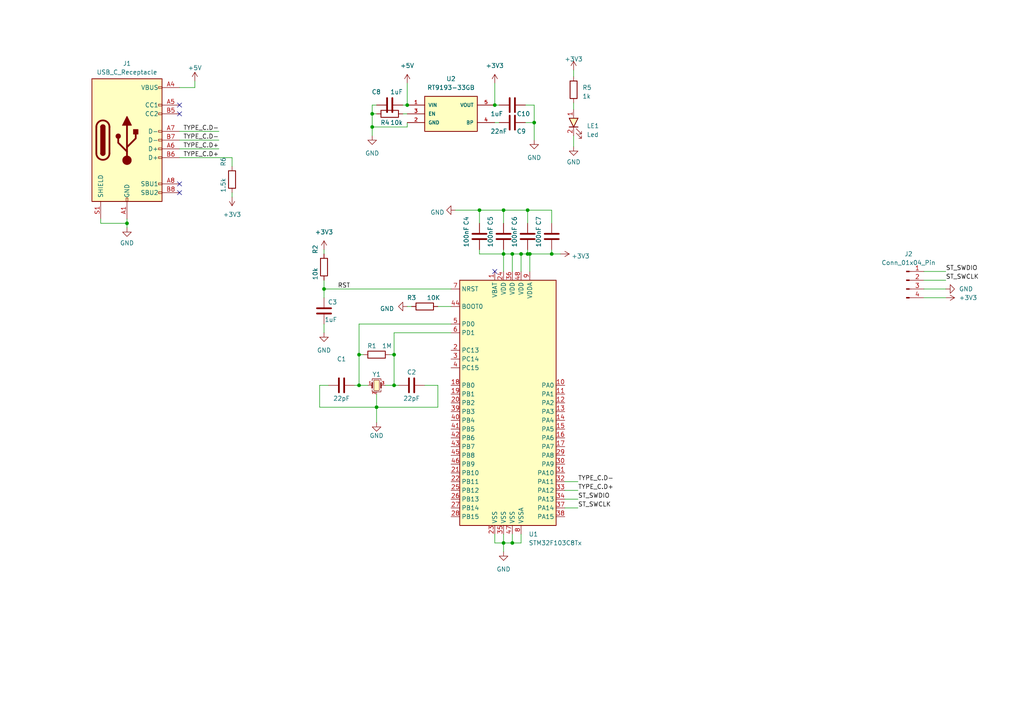
<source format=kicad_sch>
(kicad_sch (version 20230121) (generator eeschema)
  (paper "A4")
  (lib_symbols
    (symbol "Connector:Conn_01x04_Pin" (pin_names (offset 1.016) hide)
      (property "Reference" "J" (at 0 5.08 0))
      (property "Value" "Conn_01x04_Pin" (at 0 -7.62 0))
      (symbol "Conn_01x04_Pin_1_1"
        (polyline (pts (xy 1.27 -5.08) (xy 0.8636 -5.08)) (stroke (width 0.1524)))
        (polyline (pts (xy 1.27 -2.54) (xy 0.8636 -2.54)) (stroke (width 0.1524)))
        (polyline (pts (xy 1.27 0) (xy 0.8636 0)) (stroke (width 0.1524)))
        (polyline (pts (xy 1.27 2.54) (xy 0.8636 2.54)) (stroke (width 0.1524)))
        (rectangle (start 0.8636 -4.953) (end 0 -5.207) (stroke (width 0.1524)) (fill (type outline)))
        (rectangle (start 0.8636 -2.413) (end 0 -2.667) (stroke (width 0.1524)) (fill (type outline)))
        (rectangle (start 0.8636 0.127) (end 0 -0.127) (stroke (width 0.1524)) (fill (type outline)))
        (rectangle (start 0.8636 2.667) (end 0 2.413) (stroke (width 0.1524)) (fill (type outline)))
        (pin passive line (at 5.08 2.54 180) (length 3.81) (name "Pin_1") (number "1"))
        (pin passive line (at 5.08 0 180) (length 3.81) (name "Pin_2") (number "2"))
        (pin passive line (at 5.08 -2.54 180) (length 3.81) (name "Pin_3") (number "3"))
        (pin passive line (at 5.08 -5.08 180) (length 3.81) (name "Pin_4") (number "4"))
      )
    )
    (symbol "Device:C" (pin_numbers hide) (pin_names (offset 0.254))
      (property "Reference" "C" (at 0.635 2.54 0))
      (property "Value" "C" (at 0.635 -2.54 0))
      (symbol "C_0_1"
        (polyline (pts (xy -2.032 -0.762) (xy 2.032 -0.762)) (stroke (width 0.508)))
        (polyline (pts (xy -2.032 0.762) (xy 2.032 0.762)) (stroke (width 0.508)))
      )
      (symbol "C_1_1"
        (pin passive line (at 0 3.81 270) (length 2.794) (name "~") (number "1"))
        (pin passive line (at 0 -3.81 90) (length 2.794) (name "~") (number "2"))
      )
    )
    (symbol "Device:R" (pin_numbers hide) (pin_names (offset 0))
      (property "Reference" "R" (at 2.032 0 90))
      (property "Value" "R" (at 0 0 90))
      (symbol "R_0_1"
        (rectangle (start -1.016 -2.54) (end 1.016 2.54) (stroke (width 0.254)))
      )
      (symbol "R_1_1"
        (pin passive line (at 0 3.81 270) (length 1.27) (name "~") (number "1"))
        (pin passive line (at 0 -3.81 90) (length 1.27) (name "~") (number "2"))
      )
    )
    (symbol "GND_1" (power) (pin_names (offset 0))
      (property "Value" "GND_1" (at 0 -3.81 0))
      (symbol "GND_1_0_1"
        (polyline (pts (xy 0 0) (xy 0 -1.27) (xy 1.27 -1.27) (xy 0 -2.54) (xy -1.27 -1.27) (xy 0 -1.27)))
      )
      (symbol "GND_1_1_1"
        (pin power_in line (at 0 0 270) (length 0) hide (name "GND") (number "1"))
      )
    )
    (symbol "GND_2" (power) (pin_names (offset 0))
      (property "Value" "GND_2" (at 0 -3.81 0))
      (symbol "GND_2_0_1"
        (polyline (pts (xy 0 0) (xy 0 -1.27) (xy 1.27 -1.27) (xy 0 -2.54) (xy -1.27 -1.27) (xy 0 -1.27)))
      )
      (symbol "GND_2_1_1"
        (pin power_in line (at 0 0 270) (length 0) hide (name "GND") (number "1"))
      )
    )
    (symbol "GND_3" (power) (pin_names (offset 0))
      (property "Value" "GND_3" (at 0 -3.81 0))
      (symbol "GND_3_0_1"
        (polyline (pts (xy 0 0) (xy 0 -1.27) (xy 1.27 -1.27) (xy 0 -2.54) (xy -1.27 -1.27) (xy 0 -1.27)))
      )
      (symbol "GND_3_1_1"
        (pin power_in line (at 0 0 270) (length 0) hide (name "GND") (number "1"))
      )
    )
    (symbol "GND_4" (power) (pin_names (offset 0))
      (property "Value" "GND_4" (at 0 -3.81 0))
      (symbol "GND_4_0_1"
        (polyline (pts (xy 0 0) (xy 0 -1.27) (xy 1.27 -1.27) (xy 0 -2.54) (xy -1.27 -1.27) (xy 0 -1.27)))
      )
      (symbol "GND_4_1_1"
        (pin power_in line (at 0 0 270) (length 0) hide (name "GND") (number "1"))
      )
    )
    (symbol "GND_5" (power) (pin_names (offset 0))
      (property "Value" "GND_5" (at 0 -3.81 0))
      (symbol "GND_5_0_1"
        (polyline (pts (xy 0 0) (xy 0 -1.27) (xy 1.27 -1.27) (xy 0 -2.54) (xy -1.27 -1.27) (xy 0 -1.27)))
      )
      (symbol "GND_5_1_1"
        (pin power_in line (at 0 0 270) (length 0) hide (name "GND") (number "1"))
      )
    )
    (symbol "IVS_SYMBOLS:Crystal_GND24_Small" (pin_names (offset 1.016) hide)
      (property "Reference" "Y" (at 1.27 4.445 0))
      (property "Value" "Crystal_GND24_Small" (at 1.27 2.54 0))
      (symbol "Crystal_GND24_Small_0_1"
        (polyline (pts (xy -1.27 -0.762) (xy -1.27 0.762)) (stroke (width 0.381)))
        (polyline (pts (xy 1.27 -0.762) (xy 1.27 0.762)) (stroke (width 0.381)))
        (polyline (pts (xy -1.27 -1.27) (xy -1.27 -1.905) (xy 1.27 -1.905) (xy 1.27 -1.27)))
        (polyline (pts (xy -1.27 1.27) (xy -1.27 1.905) (xy 1.27 1.905) (xy 1.27 1.27)))
      )
      (symbol "Crystal_GND24_Small_1_1"
        (rectangle (start -0.762 1.524) (end 0.762 -1.524) (fill (type background)))
        (pin passive line (at -2.54 0 0) (length 1.27) (name "1") (number "1"))
        (pin passive line (at 0 -2.54 90) (length 0.635) (name "2") (number "2"))
        (pin passive line (at 2.54 0 180) (length 1.27) (name "3") (number "3"))
        (pin passive line (at 0 -2.54 90) (length 0.635) hide (name "4") (number "4"))
      )
    )
    (symbol "IVS_SYMBOLS:Led"
      (property "Reference" "LE" (at 0.508 -2.794 0))
      (property "Value" "Led" (at -0.254 2.794 0))
      (symbol "Led_0_1"
        (polyline (pts (xy 0 -1.27) (xy 0 1.27)) (stroke (width 0.254)))
        (polyline (pts (xy 2.54 -1.27) (xy 2.54 1.27) (xy 0 0) (xy 2.54 -1.27)) (stroke (width 0.254)) (fill (type background)))
        (polyline (pts (xy -1.778 -0.762) (xy -3.302 -2.286) (xy -2.54 -2.286) (xy -3.302 -2.286) (xy -3.302 -1.524)))
        (polyline (pts (xy -0.508 -0.762) (xy -2.032 -2.286) (xy -1.27 -2.286) (xy -2.032 -2.286) (xy -2.032 -1.524)))
      )
      (symbol "Led_1_1"
        (pin passive line (at 5.08 0 180) (length 2.54) (name "") (number "1"))
        (pin passive line (at -2.54 0 0) (length 2.54) (name "") (number "2"))
      )
    )
    (symbol "IVS_SYMBOLS:RT9193-33GB" (pin_names (offset 1.016))
      (property "Reference" "U" (at -6.3582 6.3582 0))
      (property "Value" "RT9193-33GB" (at -6.3733 -8.9227 0))
      (symbol "RT9193-33GB_0_0"
        (rectangle (start -7.62 -5.08) (end 7.62 5.08) (stroke (width 0.254)) (fill (type background)))
        (pin input line (at -12.7 2.54 0) (length 5.08) (name "VIN") (number "1"))
        (pin power_in line (at -12.7 -2.54 0) (length 5.08) (name "GND") (number "2"))
        (pin input line (at -12.7 0 0) (length 5.08) (name "EN") (number "3"))
        (pin passive line (at 12.7 -2.54 180) (length 5.08) (name "BP") (number "4"))
        (pin output line (at 12.7 2.54 180) (length 5.08) (name "VOUT") (number "5"))
      )
    )
    (symbol "IVS_SYMBOLS:STM32F103C8Tx"
      (property "Reference" "U" (at -15.24 36.83 0))
      (property "Value" "STM32F103C8Tx" (at 7.62 36.83 0))
      (symbol "STM32F103C8Tx_0_1"
        (rectangle (start -15.24 -35.56) (end 12.7 35.56) (stroke (width 0.254)) (fill (type background)))
      )
      (symbol "STM32F103C8Tx_1_1"
        (pin power_in line (at -5.08 38.1 270) (length 2.54) (name "VBAT") (number "1"))
        (pin bidirectional line (at 15.24 5.08 180) (length 2.54) (name "PA0") (number "10"))
        (pin bidirectional line (at 15.24 2.54 180) (length 2.54) (name "PA1") (number "11"))
        (pin bidirectional line (at 15.24 0 180) (length 2.54) (name "PA2") (number "12"))
        (pin bidirectional line (at 15.24 -2.54 180) (length 2.54) (name "PA3") (number "13"))
        (pin bidirectional line (at 15.24 -5.08 180) (length 2.54) (name "PA4") (number "14"))
        (pin bidirectional line (at 15.24 -7.62 180) (length 2.54) (name "PA5") (number "15"))
        (pin bidirectional line (at 15.24 -10.16 180) (length 2.54) (name "PA6") (number "16"))
        (pin bidirectional line (at 15.24 -12.7 180) (length 2.54) (name "PA7") (number "17"))
        (pin bidirectional line (at -17.78 5.08 0) (length 2.54) (name "PB0") (number "18"))
        (pin bidirectional line (at -17.78 2.54 0) (length 2.54) (name "PB1") (number "19"))
        (pin bidirectional line (at -17.78 15.24 0) (length 2.54) (name "PC13") (number "2"))
        (pin bidirectional line (at -17.78 0 0) (length 2.54) (name "PB2") (number "20"))
        (pin bidirectional line (at -17.78 -20.32 0) (length 2.54) (name "PB10") (number "21"))
        (pin bidirectional line (at -17.78 -22.86 0) (length 2.54) (name "PB11") (number "22"))
        (pin power_in line (at -5.08 -38.1 90) (length 2.54) (name "VSS") (number "23"))
        (pin power_in line (at -2.54 38.1 270) (length 2.54) (name "VDD") (number "24"))
        (pin bidirectional line (at -17.78 -25.4 0) (length 2.54) (name "PB12") (number "25"))
        (pin bidirectional line (at -17.78 -27.94 0) (length 2.54) (name "PB13") (number "26"))
        (pin bidirectional line (at -17.78 -30.48 0) (length 2.54) (name "PB14") (number "27"))
        (pin bidirectional line (at -17.78 -33.02 0) (length 2.54) (name "PB15") (number "28"))
        (pin bidirectional line (at 15.24 -15.24 180) (length 2.54) (name "PA8") (number "29"))
        (pin bidirectional line (at -17.78 12.7 0) (length 2.54) (name "PC14") (number "3"))
        (pin bidirectional line (at 15.24 -17.78 180) (length 2.54) (name "PA9") (number "30"))
        (pin bidirectional line (at 15.24 -20.32 180) (length 2.54) (name "PA10") (number "31"))
        (pin bidirectional line (at 15.24 -22.86 180) (length 2.54) (name "PA11") (number "32"))
        (pin bidirectional line (at 15.24 -25.4 180) (length 2.54) (name "PA12") (number "33"))
        (pin bidirectional line (at 15.24 -27.94 180) (length 2.54) (name "PA13") (number "34"))
        (pin power_in line (at -2.54 -38.1 90) (length 2.54) (name "VSS") (number "35"))
        (pin power_in line (at 0 38.1 270) (length 2.54) (name "VDD") (number "36"))
        (pin bidirectional line (at 15.24 -30.48 180) (length 2.54) (name "PA14") (number "37"))
        (pin bidirectional line (at 15.24 -33.02 180) (length 2.54) (name "PA15") (number "38"))
        (pin bidirectional line (at -17.78 -2.54 0) (length 2.54) (name "PB3") (number "39"))
        (pin bidirectional line (at -17.78 10.16 0) (length 2.54) (name "PC15") (number "4"))
        (pin bidirectional line (at -17.78 -5.08 0) (length 2.54) (name "PB4") (number "40"))
        (pin bidirectional line (at -17.78 -7.62 0) (length 2.54) (name "PB5") (number "41"))
        (pin bidirectional line (at -17.78 -10.16 0) (length 2.54) (name "PB6") (number "42"))
        (pin bidirectional line (at -17.78 -12.7 0) (length 2.54) (name "PB7") (number "43"))
        (pin input line (at -17.78 27.94 0) (length 2.54) (name "BOOT0") (number "44"))
        (pin bidirectional line (at -17.78 -15.24 0) (length 2.54) (name "PB8") (number "45"))
        (pin bidirectional line (at -17.78 -17.78 0) (length 2.54) (name "PB9") (number "46"))
        (pin power_in line (at 0 -38.1 90) (length 2.54) (name "VSS") (number "47"))
        (pin power_in line (at 2.54 38.1 270) (length 2.54) (name "VDD") (number "48"))
        (pin input line (at -17.78 22.86 0) (length 2.54) (name "PD0") (number "5"))
        (pin input line (at -17.78 20.32 0) (length 2.54) (name "PD1") (number "6"))
        (pin input line (at -17.78 33.02 0) (length 2.54) (name "NRST") (number "7"))
        (pin power_in line (at 2.54 -38.1 90) (length 2.54) (name "VSSA") (number "8"))
        (pin power_in line (at 5.08 38.1 270) (length 2.54) (name "VDDA") (number "9"))
      )
    )
    (symbol "IVS_SYMBOLS:USB_C_Receptacle" (pin_names (offset 1.016))
      (property "Reference" "J" (at -21.59 15.24 0))
      (property "Value" "USB_C_Receptacle" (at -12.7 10.16 0))
      (symbol "USB_C_Receptacle_0_0"
        (rectangle (start -0.254 -17.78) (end 0.254 -16.764))
        (rectangle (start 10.16 -14.986) (end 9.144 -15.494))
        (rectangle (start 10.16 -12.446) (end 9.144 -12.954))
        (rectangle (start 10.16 -4.826) (end 9.144 -5.334))
        (rectangle (start 10.16 -2.286) (end 9.144 -2.794))
        (rectangle (start 10.16 0.254) (end 9.144 -0.254))
        (rectangle (start 10.16 2.794) (end 9.144 2.286))
        (rectangle (start 10.16 7.874) (end 9.144 7.366))
        (rectangle (start 10.16 10.414) (end 9.144 9.906))
        (rectangle (start 10.16 15.494) (end 9.144 14.986))
      )
      (symbol "USB_C_Receptacle_0_1"
        (rectangle (start -10.16 17.78) (end 10.16 -17.78) (stroke (width 0.254)) (fill (type background)))
        (arc (start -8.89 -3.81) (mid -6.985 -5.7067) (end -5.08 -3.81) (stroke (width 0.508)))
        (arc (start -7.62 -3.81) (mid -6.985 -4.4423) (end -6.35 -3.81) (stroke (width 0.254)))
        (arc (start -7.62 -3.81) (mid -6.985 -4.4423) (end -6.35 -3.81) (stroke (width 0.254)) (fill (type outline)))
        (rectangle (start -7.62 -3.81) (end -6.35 3.81) (stroke (width 0.254)) (fill (type outline)))
        (arc (start -6.35 3.81) (mid -6.985 4.4423) (end -7.62 3.81) (stroke (width 0.254)))
        (arc (start -6.35 3.81) (mid -6.985 4.4423) (end -7.62 3.81) (stroke (width 0.254)) (fill (type outline)))
        (arc (start -5.08 3.81) (mid -6.985 5.7067) (end -8.89 3.81) (stroke (width 0.508)))
        (circle (center -2.54 1.143) (radius 0.635) (stroke (width 0.254)) (fill (type outline)))
        (circle (center 0 -5.842) (radius 1.27) (fill (type outline)))
        (polyline (pts (xy -8.89 -3.81) (xy -8.89 3.81)) (stroke (width 0.508)))
        (polyline (pts (xy -5.08 3.81) (xy -5.08 -3.81)) (stroke (width 0.508)))
        (polyline (pts (xy 0 -5.842) (xy 0 4.318)) (stroke (width 0.508)))
        (polyline (pts (xy 0 -3.302) (xy -2.54 -0.762) (xy -2.54 0.508)) (stroke (width 0.508)))
        (polyline (pts (xy 0 -2.032) (xy 2.54 0.508) (xy 2.54 1.778)) (stroke (width 0.508)))
        (polyline (pts (xy -1.27 4.318) (xy 0 6.858) (xy 1.27 4.318) (xy -1.27 4.318)) (stroke (width 0.254)) (fill (type outline)))
        (rectangle (start 1.905 1.778) (end 3.175 3.048) (stroke (width 0.254)) (fill (type outline)))
      )
      (symbol "USB_C_Receptacle_1_1"
        (pin passive line (at 0 -22.86 90) (length 5.08) (name "GND") (number "A1"))
        (pin passive line (at 0 -22.86 90) (length 5.08) hide (name "GND") (number "A12"))
        (pin passive line (at 15.24 15.24 180) (length 5.08) (name "VBUS") (number "A4"))
        (pin bidirectional line (at 15.24 10.16 180) (length 5.08) (name "CC1") (number "A5"))
        (pin bidirectional line (at 15.24 -2.54 180) (length 5.08) (name "D+") (number "A6"))
        (pin bidirectional line (at 15.24 2.54 180) (length 5.08) (name "D-") (number "A7"))
        (pin bidirectional line (at 15.24 -12.7 180) (length 5.08) (name "SBU1") (number "A8"))
        (pin passive line (at 15.24 15.24 180) (length 5.08) hide (name "VBUS") (number "A9"))
        (pin passive line (at 0 -22.86 90) (length 5.08) hide (name "GND") (number "B1"))
        (pin passive line (at 0 -22.86 90) (length 5.08) hide (name "GND") (number "B12"))
        (pin passive line (at 15.24 15.24 180) (length 5.08) hide (name "VBUS") (number "B4"))
        (pin bidirectional line (at 15.24 7.62 180) (length 5.08) (name "CC2") (number "B5"))
        (pin bidirectional line (at 15.24 -5.08 180) (length 5.08) (name "D+") (number "B6"))
        (pin bidirectional line (at 15.24 0 180) (length 5.08) (name "D-") (number "B7"))
        (pin bidirectional line (at 15.24 -15.24 180) (length 5.08) (name "SBU2") (number "B8"))
        (pin passive line (at 15.24 15.24 180) (length 5.08) hide (name "VBUS") (number "B9"))
        (pin passive line (at -7.62 -22.86 90) (length 5.08) (name "SHIELD") (number "S1"))
      )
    )
    (symbol "Thu_vien_kicad:C" (pin_numbers hide) (pin_names (offset 0.254))
      (property "Reference" "C" (at 0.635 2.54 0))
      (property "Value" "C" (at 0.635 -2.54 0))
      (symbol "C_0_1"
        (polyline (pts (xy -2.032 -0.762) (xy 2.032 -0.762)) (stroke (width 0.508)))
        (polyline (pts (xy -2.032 0.762) (xy 2.032 0.762)) (stroke (width 0.508)))
      )
      (symbol "C_1_1"
        (pin passive line (at 0 3.81 270) (length 2.794) (name "~") (number "1"))
        (pin passive line (at 0 -3.81 90) (length 2.794) (name "~") (number "2"))
      )
    )
    (symbol "Thu_vien_kicad:R" (pin_numbers hide) (pin_names (offset 0))
      (property "Reference" "R" (at 2.032 0 90))
      (property "Value" "R" (at 0 0 90))
      (symbol "R_0_1"
        (rectangle (start -1.016 -2.54) (end 1.016 2.54) (stroke (width 0.254)))
      )
      (symbol "R_1_1"
        (pin passive line (at 0 3.81 270) (length 1.27) (name "~") (number "1"))
        (pin passive line (at 0 -3.81 90) (length 1.27) (name "~") (number "2"))
      )
    )
    (symbol "power:+3V3" (power) (pin_names (offset 0))
      (property "Value" "+3V3" (at 0 3.556 0))
      (symbol "+3V3_0_1"
        (polyline (pts (xy -0.762 1.27) (xy 0 2.54)))
        (polyline (pts (xy 0 0) (xy 0 2.54)))
        (polyline (pts (xy 0 2.54) (xy 0.762 1.27)))
      )
      (symbol "+3V3_1_1"
        (pin power_in line (at 0 0 90) (length 0) hide (name "+3V3") (number "1"))
      )
    )
    (symbol "power:+5V" (power) (pin_names (offset 0))
      (property "Value" "+5V" (at 0 3.556 0))
      (symbol "+5V_0_1"
        (polyline (pts (xy -0.762 1.27) (xy 0 2.54)))
        (polyline (pts (xy 0 0) (xy 0 2.54)))
        (polyline (pts (xy 0 2.54) (xy 0.762 1.27)))
      )
      (symbol "+5V_1_1"
        (pin power_in line (at 0 0 90) (length 0) hide (name "+5V") (number "1"))
      )
    )
    (symbol "power:GND" (power) (pin_names (offset 0))
      (property "Value" "GND" (at 0 -3.81 0))
      (symbol "GND_0_1"
        (polyline (pts (xy 0 0) (xy 0 -1.27) (xy 1.27 -1.27) (xy 0 -2.54) (xy -1.27 -1.27) (xy 0 -1.27)))
      )
      (symbol "GND_1_1"
        (pin power_in line (at 0 0 270) (length 0) hide (name "GND") (number "1"))
      )
    )
  )
  (junction (at 118.11 30.48))
  (junction (at 139.065 60.96))
  (junction (at 114.3 111.76))
  (junction (at 107.95 33.02))
  (junction (at 104.14 102.87))
  (junction (at 146.05 60.96))
  (junction (at 109.22 118.11))
  (junction (at 143.51 30.48))
  (junction (at 107.95 36.83))
  (junction (at 148.59 157.48))
  (junction (at 104.14 111.76))
  (junction (at 114.3 102.87))
  (junction (at 93.98 83.82))
  (junction (at 153.035 60.96))
  (junction (at 154.94 35.56))
  (junction (at 153.67 73.66))
  (junction (at 146.05 157.48))
  (junction (at 151.13 73.66))
  (junction (at 148.59 73.66))
  (junction (at 146.05 73.66))
  (junction (at 153.035 73.66))
  (junction (at 36.83 64.77))
  (junction (at 160.02 73.66))
  (no_connect (at 52.07 53.34))
  (no_connect (at 52.07 33.02))
  (no_connect (at 143.51 78.74))
  (no_connect (at 52.07 55.88))
  (no_connect (at 52.07 30.48))
  (wire (pts (xy 92.71 118.11) (xy 109.22 118.11)))
  (wire (pts (xy 36.83 63.5) (xy 36.83 64.77)))
  (wire (pts (xy 146.05 157.48) (xy 146.05 160.02)))
  (wire (pts (xy 114.3 96.52) (xy 114.3 102.87)))
  (wire (pts (xy 92.71 111.76) (xy 92.71 118.11)))
  (wire (pts (xy 29.21 64.77) (xy 36.83 64.77)))
  (wire (pts (xy 116.84 30.48) (xy 118.11 30.48)))
  (wire (pts (xy 154.94 30.48) (xy 154.94 35.56)))
  (wire (pts (xy 148.59 157.48) (xy 151.13 157.48)))
  (wire (pts (xy 116.84 33.02) (xy 118.11 33.02)))
  (wire (pts (xy 154.94 35.56) (xy 154.94 40.64)))
  (wire (pts (xy 52.07 43.18) (xy 63.5 43.18)))
  (wire (pts (xy 93.98 93.98) (xy 93.98 96.52)))
  (wire (pts (xy 154.94 35.56) (xy 152.4 35.56)))
  (wire (pts (xy 166.37 29.845) (xy 166.37 31.75)))
  (wire (pts (xy 267.97 86.36) (xy 274.32 86.36)))
  (wire (pts (xy 132.08 60.96) (xy 139.065 60.96)))
  (wire (pts (xy 109.22 30.48) (xy 107.95 30.48)))
  (wire (pts (xy 93.98 86.36) (xy 93.98 83.82)))
  (wire (pts (xy 109.22 122.555) (xy 109.22 118.11)))
  (wire (pts (xy 92.71 111.76) (xy 95.25 111.76)))
  (wire (pts (xy 130.81 96.52) (xy 114.3 96.52)))
  (wire (pts (xy 127 118.11) (xy 109.22 118.11)))
  (wire (pts (xy 29.21 63.5) (xy 29.21 64.77)))
  (wire (pts (xy 56.515 25.4) (xy 52.07 25.4)))
  (wire (pts (xy 143.51 24.13) (xy 143.51 30.48)))
  (wire (pts (xy 163.83 139.7) (xy 167.64 139.7)))
  (wire (pts (xy 160.02 60.96) (xy 153.035 60.96)))
  (wire (pts (xy 107.95 33.02) (xy 109.22 33.02)))
  (wire (pts (xy 36.83 64.77) (xy 36.83 66.04)))
  (wire (pts (xy 139.065 64.77) (xy 139.065 60.96)))
  (wire (pts (xy 153.67 73.66) (xy 153.035 73.66)))
  (wire (pts (xy 127 111.76) (xy 127 118.11)))
  (wire (pts (xy 267.97 78.74) (xy 274.32 78.74)))
  (wire (pts (xy 109.22 118.11) (xy 109.22 114.3)))
  (wire (pts (xy 153.035 72.39) (xy 153.035 73.66)))
  (wire (pts (xy 146.05 72.39) (xy 146.05 73.66)))
  (wire (pts (xy 139.065 72.39) (xy 139.065 73.66)))
  (wire (pts (xy 114.3 111.76) (xy 115.57 111.76)))
  (wire (pts (xy 139.065 73.66) (xy 146.05 73.66)))
  (wire (pts (xy 148.59 73.66) (xy 151.13 73.66)))
  (wire (pts (xy 118.11 24.13) (xy 118.11 30.48)))
  (wire (pts (xy 123.19 111.76) (xy 127 111.76)))
  (wire (pts (xy 52.07 40.64) (xy 63.5 40.64)))
  (wire (pts (xy 118.11 35.56) (xy 118.11 36.83)))
  (wire (pts (xy 67.31 48.26) (xy 67.31 45.72)))
  (wire (pts (xy 148.59 154.94) (xy 148.59 157.48)))
  (wire (pts (xy 146.05 73.66) (xy 146.05 78.74)))
  (wire (pts (xy 107.95 36.83) (xy 118.11 36.83)))
  (wire (pts (xy 93.98 72.39) (xy 93.98 73.66)))
  (wire (pts (xy 104.14 102.87) (xy 105.41 102.87)))
  (wire (pts (xy 93.98 83.82) (xy 130.81 83.82)))
  (wire (pts (xy 160.02 73.66) (xy 162.56 73.66)))
  (wire (pts (xy 143.51 35.56) (xy 144.78 35.56)))
  (wire (pts (xy 146.05 157.48) (xy 148.59 157.48)))
  (wire (pts (xy 267.97 81.28) (xy 274.32 81.28)))
  (wire (pts (xy 102.87 111.76) (xy 104.14 111.76)))
  (wire (pts (xy 267.97 83.82) (xy 274.32 83.82)))
  (wire (pts (xy 166.37 20.32) (xy 166.37 22.225)))
  (wire (pts (xy 148.59 73.66) (xy 148.59 78.74)))
  (wire (pts (xy 160.02 72.39) (xy 160.02 73.66)))
  (wire (pts (xy 153.035 60.96) (xy 153.035 64.77)))
  (wire (pts (xy 52.07 38.1) (xy 63.5 38.1)))
  (wire (pts (xy 143.51 30.48) (xy 144.78 30.48)))
  (wire (pts (xy 163.83 142.24) (xy 167.64 142.24)))
  (wire (pts (xy 163.83 144.78) (xy 167.64 144.78)))
  (wire (pts (xy 160.02 73.66) (xy 153.67 73.66)))
  (wire (pts (xy 146.05 60.96) (xy 146.05 64.77)))
  (wire (pts (xy 107.95 36.83) (xy 107.95 39.37)))
  (wire (pts (xy 107.95 33.02) (xy 107.95 36.83)))
  (wire (pts (xy 166.37 39.37) (xy 166.37 42.545)))
  (wire (pts (xy 114.3 102.87) (xy 114.3 111.76)))
  (wire (pts (xy 93.98 81.28) (xy 93.98 83.82)))
  (wire (pts (xy 111.76 111.76) (xy 114.3 111.76)))
  (wire (pts (xy 146.05 73.66) (xy 148.59 73.66)))
  (wire (pts (xy 113.03 102.87) (xy 114.3 102.87)))
  (wire (pts (xy 127 88.9) (xy 130.81 88.9)))
  (wire (pts (xy 146.05 154.94) (xy 146.05 157.48)))
  (wire (pts (xy 52.07 45.72) (xy 67.31 45.72)))
  (wire (pts (xy 143.51 154.94) (xy 143.51 157.48)))
  (wire (pts (xy 104.14 93.98) (xy 104.14 102.87)))
  (wire (pts (xy 67.31 55.88) (xy 67.31 57.15)))
  (wire (pts (xy 104.14 111.76) (xy 106.68 111.76)))
  (wire (pts (xy 151.13 73.66) (xy 151.13 78.74)))
  (wire (pts (xy 163.83 147.32) (xy 167.64 147.32)))
  (wire (pts (xy 151.13 157.48) (xy 151.13 154.94)))
  (wire (pts (xy 151.13 73.66) (xy 153.035 73.66)))
  (wire (pts (xy 153.67 73.66) (xy 153.67 78.74)))
  (wire (pts (xy 56.515 23.495) (xy 56.515 25.4)))
  (wire (pts (xy 130.81 93.98) (xy 104.14 93.98)))
  (wire (pts (xy 152.4 30.48) (xy 154.94 30.48)))
  (wire (pts (xy 107.95 30.48) (xy 107.95 33.02)))
  (wire (pts (xy 118.11 88.9) (xy 119.38 88.9)))
  (wire (pts (xy 143.51 157.48) (xy 146.05 157.48)))
  (wire (pts (xy 139.065 60.96) (xy 146.05 60.96)))
  (wire (pts (xy 146.05 60.96) (xy 153.035 60.96)))
  (wire (pts (xy 104.14 102.87) (xy 104.14 111.76)))
  (wire (pts (xy 160.02 64.77) (xy 160.02 60.96)))
  (label "TYPE_C.D-" (at 63.5 40.64 180))
  (label "TYPE_C.D+" (at 63.5 45.72 180))
  (label "ST_SWCLK" (at 274.32 81.28 0))
  (label "TYPE_C.D-" (at 63.5 38.1 180))
  (label "RST" (at 101.6 83.82 180))
  (label "TYPE_C.D-" (at 167.64 139.7 0))
  (label "ST_SWDIO" (at 167.64 144.78 0))
  (label "ST_SWDIO" (at 274.32 78.74 0))
  (label "ST_SWCLK" (at 167.64 147.32 0))
  (label "TYPE_C.D+" (at 167.64 142.24 0))
  (label "TYPE_C.D+" (at 63.5 43.18 180))
  (symbol (lib_id "Thu_vien_kicad:C") (at 139.065 68.58 0) (unit 1)
    (property "Reference" "C4" (at 135.255 65.405 90) (effects (justify left)))
    (property "Value" "100nF" (at 135.255 71.755 90) (effects (justify left)))
    (property "Footprint" "IVS_FOOTPRINTS:C_0603" (effects hide))
  )
  (symbol (lib_id "Thu_vien_kicad:C") (at 119.38 111.76 90) (unit 1)
    (property "Reference" "C2" (at 119.38 107.95 90))
    (property "Value" "22pF" (at 119.38 115.57 90))
    (property "Footprint" "IVS_FOOTPRINTS:C_0603" (effects hide))
  )
  (symbol (lib_name "GND_3") (lib_id "power:GND") (at 166.37 42.545 0) (unit 1)
    (property "Reference" "#PWR013" (effects hide))
    (property "Value" "GND" (at 166.37 46.99 0))
  )
  (symbol (lib_id "power:+3V3") (at 166.37 20.32 0) (unit 1)
    (property "Reference" "#PWR012" (effects hide))
    (property "Value" "+3V3" (at 166.37 17.145 0))
  )
  (symbol (lib_id "IVS_SYMBOLS:USB_C_Receptacle") (at 36.83 40.64 0) (unit 1)
    (property "Reference" "J1" (at 36.83 18.415 0))
    (property "Value" "USB_C_Receptacle" (at 36.83 20.955 0))
    (property "Footprint" "IVS_FOOTPRINTS:USB_C_Receptacle_XKB_U262-16XN-4BVC11" (effects hide))
    (property "Datasheet" "https://www.usb.org/sites/default/files/documents/usb_type-c.zip" (effects hide))
  )
  (symbol (lib_name "GND_4") (lib_id "power:GND") (at 154.94 40.64 0) (mirror y) (unit 1)
    (property "Reference" "#PWR09" (effects hide))
    (property "Value" "GND" (at 154.94 45.72 0))
  )
  (symbol (lib_id "power:GND") (at 36.83 66.04 0) (unit 1)
    (property "Reference" "#PWR014" (effects hide))
    (property "Value" "GND" (at 36.83 70.485 0))
  )
  (symbol (lib_id "IVS_SYMBOLS:STM32F103C8Tx") (at 148.59 116.84 0) (unit 1)
    (property "Reference" "U1" (at 153.3241 154.94 0) (effects (justify left)))
    (property "Value" "STM32F103C8Tx" (at 153.3241 157.48 0) (effects (justify left)))
    (property "Footprint" "Package_QFP:LQFP-48_7x7mm_P0.5mm" (effects hide))
    (property "Datasheet" "http://www.st.com/st-web-ui/static/active/en/resource/technical/document/datasheet/CD00161566.pdf" (effects hide))
  )
  (symbol (lib_name "GND_4") (lib_id "power:GND") (at 107.95 39.37 0) (mirror y) (unit 1)
    (property "Reference" "#PWR08" (effects hide))
    (property "Value" "GND" (at 107.95 44.45 0))
  )
  (symbol (lib_id "Thu_vien_kicad:R") (at 109.22 102.87 90) (unit 1)
    (property "Reference" "R1" (at 109.22 100.33 90) (effects (justify left)))
    (property "Value" "1M" (at 113.665 100.33 90) (effects (justify left)))
    (property "Footprint" "IVS_FOOTPRINTS:R_0603" (effects hide))
  )
  (symbol (lib_name "GND_5") (lib_id "power:GND") (at 274.32 83.82 90) (unit 1)
    (property "Reference" "#PWR018" (effects hide))
    (property "Value" "GND" (at 278.13 83.82 90) (effects (justify right)))
  )
  (symbol (lib_id "power:+3V3") (at 274.32 86.36 270) (unit 1)
    (property "Reference" "#PWR017" (effects hide))
    (property "Value" "+3V3" (at 278.13 86.36 90) (effects (justify left)))
  )
  (symbol (lib_id "Thu_vien_kicad:C") (at 99.06 111.76 90) (unit 1)
    (property "Reference" "C1" (at 99.06 104.14 90))
    (property "Value" "22pF" (at 99.06 115.57 90))
    (property "Footprint" "IVS_FOOTPRINTS:C_0603" (effects hide))
  )
  (symbol (lib_id "Thu_vien_kicad:C") (at 113.03 30.48 90) (unit 1)
    (property "Reference" "C8" (at 110.49 26.67 90) (effects (justify left)))
    (property "Value" "1uF" (at 116.84 26.67 90) (effects (justify left)))
    (property "Footprint" "IVS_FOOTPRINTS:C_0603" (effects hide))
  )
  (symbol (lib_id "IVS_SYMBOLS:Crystal_GND24_Small") (at 109.22 111.76 0) (unit 1)
    (property "Reference" "Y1" (at 109.22 108.585 0))
    (property "Value" "Crystal_GND24_Small" (effects hide))
    (property "Footprint" "IVS_FOOTPRINTS:Crystal_3225_4P_3.2x2.6mm" (effects hide))
    (property "Datasheet" "https://docs.rs-online.com/ec34/0900766b816028ea.pdf" (effects hide))
  )
  (symbol (lib_id "Connector:Conn_01x04_Pin") (at 262.89 81.28 0) (unit 1)
    (property "Reference" "J2" (at 263.525 73.66 0))
    (property "Value" "Conn_01x04_Pin" (at 263.525 76.2 0))
  )
  (symbol (lib_name "GND_4") (lib_id "power:GND") (at 93.98 96.52 0) (mirror y) (unit 1)
    (property "Reference" "#PWR03" (effects hide))
    (property "Value" "GND" (at 93.98 101.6 0))
  )
  (symbol (lib_id "Thu_vien_kicad:C") (at 148.59 30.48 270) (unit 1)
    (property "Reference" "C10" (at 149.86 33.02 90) (effects (justify left)))
    (property "Value" "1uF" (at 142.24 33.02 90) (effects (justify left)))
    (property "Footprint" "IVS_FOOTPRINTS:C_0603" (effects hide))
  )
  (symbol (lib_id "IVS_SYMBOLS:Led") (at 166.37 36.83 90) (unit 1)
    (property "Reference" "LE1" (at 170.18 36.5125 90) (effects (justify right)))
    (property "Value" "Led" (at 170.18 39.0525 90) (effects (justify right)))
    (property "Footprint" "IVS_FOOTPRINTS:LED_0603" (effects hide))
  )
  (symbol (lib_id "power:+3V3") (at 143.51 24.13 0) (unit 1)
    (property "Reference" "#PWR010" (effects hide))
    (property "Value" "+3V3" (at 143.51 19.05 0))
  )
  (symbol (lib_id "IVS_SYMBOLS:RT9193-33GB") (at 130.81 33.02 0) (unit 1)
    (property "Reference" "U2" (at 130.81 22.86 0))
    (property "Value" "RT9193-33GB" (at 130.81 25.4 0))
    (property "Footprint" "IVS_FOOTPRINTS:SOT23-5" (effects hide))
    (property "Datasheet" "https://www.richtek.com/assets/product_file/RT9193/DS9193-18.pdf" (effects hide))
    (property "PRICE" "$0.19 USD" (effects hide))
    (property "MP" "RT9193-33GB" (effects hide))
    (property "AVAILABILITY" "Good" (effects hide))
    (property "PACKAGE" "SOT-23-5" (effects hide))
    (property "MF" "RICHTEK" (effects hide))
  )
  (symbol (lib_id "Device:R") (at 67.31 52.07 0) (mirror y) (unit 1)
    (property "Reference" "R6" (at 64.77 48.26 90) (effects (justify left)))
    (property "Value" "1.5k" (at 64.77 55.88 90) (effects (justify left)))
    (property "Footprint" "IVS_FOOTPRINTS:R_0603" (effects hide))
  )
  (symbol (lib_id "power:+3V3") (at 162.56 73.66 270) (unit 1)
    (property "Reference" "#PWR05" (effects hide))
    (property "Value" "+3V3" (at 165.735 74.295 90) (effects (justify left)))
  )
  (symbol (lib_id "Device:R") (at 166.37 26.035 0) (unit 1)
    (property "Reference" "R5" (at 168.91 25.4 0) (effects (justify left)))
    (property "Value" "1k" (at 168.91 27.94 0) (effects (justify left)))
    (property "Footprint" "IVS_FOOTPRINTS:R_0603" (effects hide))
  )
  (symbol (lib_id "power:GND") (at 109.22 122.555 0) (unit 1)
    (property "Reference" "#PWR01" (effects hide))
    (property "Value" "GND" (at 109.22 126.365 0))
  )
  (symbol (lib_id "power:+3V3") (at 67.31 57.15 180) (unit 1)
    (property "Reference" "#PWR016" (effects hide))
    (property "Value" "+3V3" (at 67.31 62.23 0))
  )
  (symbol (lib_id "power:+5V") (at 56.515 23.495 0) (unit 1)
    (property "Reference" "#PWR015" (effects hide))
    (property "Value" "+5V" (at 56.515 19.685 0))
  )
  (symbol (lib_id "Thu_vien_kicad:C") (at 153.035 68.58 0) (unit 1)
    (property "Reference" "C6" (at 149.225 65.405 90) (effects (justify left)))
    (property "Value" "100nF" (at 149.225 71.755 90) (effects (justify left)))
    (property "Footprint" "IVS_FOOTPRINTS:C_0603" (effects hide))
  )
  (symbol (lib_id "Device:R") (at 123.19 88.9 90) (unit 1)
    (property "Reference" "R3" (at 119.38 86.36 90))
    (property "Value" "10K" (at 125.73 86.36 90))
    (property "Footprint" "IVS_FOOTPRINTS:R_0603" (effects hide))
  )
  (symbol (lib_id "Device:R") (at 113.03 33.02 90) (mirror x) (unit 1)
    (property "Reference" "R4" (at 113.03 35.56 90) (effects (justify left)))
    (property "Value" "10k" (at 116.84 35.56 90) (effects (justify left)))
    (property "Footprint" "IVS_FOOTPRINTS:R_0603" (effects hide))
  )
  (symbol (lib_id "power:+3V3") (at 93.98 72.39 0) (mirror y) (unit 1)
    (property "Reference" "#PWR02" (effects hide))
    (property "Value" "+3V3" (at 93.98 67.31 0))
  )
  (symbol (lib_id "power:+5V") (at 118.11 24.13 0) (unit 1)
    (property "Reference" "#PWR011" (effects hide))
    (property "Value" "+5V" (at 118.11 19.05 0))
  )
  (symbol (lib_name "GND_1") (lib_id "power:GND") (at 146.05 160.02 0) (unit 1)
    (property "Reference" "#PWR06" (effects hide))
    (property "Value" "GND" (at 146.05 165.1 0))
  )
  (symbol (lib_id "Thu_vien_kicad:C") (at 146.05 68.58 0) (unit 1)
    (property "Reference" "C5" (at 142.24 65.405 90) (effects (justify left)))
    (property "Value" "100nF" (at 142.24 71.755 90) (effects (justify left)))
    (property "Footprint" "IVS_FOOTPRINTS:C_0603" (effects hide))
  )
  (symbol (lib_id "Thu_vien_kicad:C") (at 148.59 35.56 270) (unit 1)
    (property "Reference" "C9" (at 149.86 38.1 90) (effects (justify left)))
    (property "Value" "22nF" (at 142.24 38.1 90) (effects (justify left)))
    (property "Footprint" "IVS_FOOTPRINTS:C_0603" (effects hide))
  )
  (symbol (lib_name "GND_1") (lib_id "power:GND") (at 118.11 88.9 270) (unit 1)
    (property "Reference" "#PWR07" (effects hide))
    (property "Value" "GND" (at 114.3 89.535 90) (effects (justify right)))
  )
  (symbol (lib_id "Device:C") (at 93.98 90.17 0) (mirror y) (unit 1)
    (property "Reference" "C3" (at 97.79 87.63 0) (effects (justify left)))
    (property "Value" "1uF" (at 97.79 92.71 0) (effects (justify left)))
    (property "Footprint" "IVS_FOOTPRINTS:C_0603" (effects hide))
  )
  (symbol (lib_id "Device:R") (at 93.98 77.47 0) (mirror y) (unit 1)
    (property "Reference" "R2" (at 91.44 73.66 90) (effects (justify left)))
    (property "Value" "10k" (at 91.44 81.28 90) (effects (justify left)))
    (property "Footprint" "IVS_FOOTPRINTS:R_0603" (effects hide))
  )
  (symbol (lib_id "Thu_vien_kicad:C") (at 160.02 68.58 0) (unit 1)
    (property "Reference" "C7" (at 156.21 65.405 90) (effects (justify left)))
    (property "Value" "100nF" (at 156.21 71.755 90) (effects (justify left)))
    (property "Footprint" "IVS_FOOTPRINTS:C_0603" (effects hide))
  )
  (symbol (lib_name "GND_2") (lib_id "power:GND") (at 132.08 60.96 270) (unit 1)
    (property "Reference" "#PWR04" (effects hide))
    (property "Value" "GND" (at 128.905 61.595 90) (effects (justify right)))
  )
)
</source>
